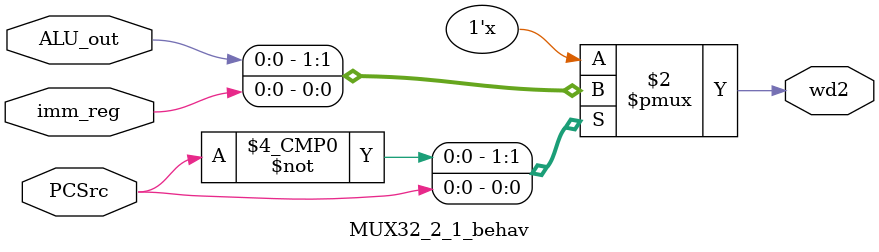
<source format=v>
`timescale 1ns / 1ps
module MUX32_2_1_behav(
    input wire[31:0]ALU_out,//from ALU_out reg
    input wire[31:0]imm_reg,//program counter
    input wire PCSrc,
    output reg wd2
    );
always @(*)
begin
case(PCSrc)
1'b0: wd2=ALU_out;
1'b1: wd2=imm_reg;
endcase
end
endmodule
</source>
